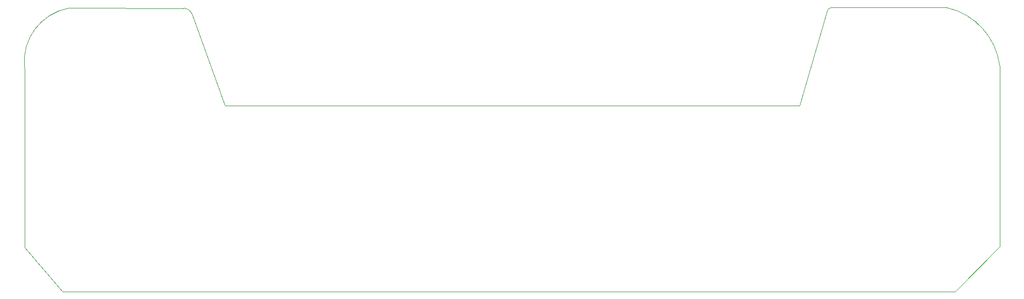
<source format=gbr>
%TF.GenerationSoftware,KiCad,Pcbnew,8.0.3*%
%TF.CreationDate,2024-06-18T13:15:14+02:00*%
%TF.ProjectId,bd1-board,6264312d-626f-4617-9264-2e6b69636164,rev?*%
%TF.SameCoordinates,Original*%
%TF.FileFunction,Profile,NP*%
%FSLAX46Y46*%
G04 Gerber Fmt 4.6, Leading zero omitted, Abs format (unit mm)*
G04 Created by KiCad (PCBNEW 8.0.3) date 2024-06-18 13:15:14*
%MOMM*%
%LPD*%
G01*
G04 APERTURE LIST*
%TA.AperFunction,Profile*%
%ADD10C,0.050000*%
%TD*%
G04 APERTURE END LIST*
D10*
X-72492000Y30000000D02*
X-77852018Y44802044D01*
X43698000Y45786000D02*
X43764412Y45768157D01*
X-98650000Y0D02*
X45100000Y0D01*
X52267663Y36312976D02*
X52257999Y36424000D01*
X-78141000Y45207000D02*
G75*
G02*
X-77853164Y44801447I-1301964J-1228973D01*
G01*
X-104798105Y7110005D02*
X-104798105Y36110005D01*
X-98650000Y0D02*
X-104798105Y7110005D01*
X43600000Y45800000D02*
X43629000Y45799000D01*
X-79180000Y45680656D02*
G75*
G02*
X-78263086Y45311084I49001J-1200653D01*
G01*
X20008000Y30000000D02*
X24460001Y45100000D01*
X-72492000Y30000000D02*
X20008000Y30000000D01*
X24460001Y45100000D02*
G75*
G02*
X25122269Y45815121I889999J-160000D01*
G01*
X43629000Y45799000D02*
X43654000Y45796000D01*
X43654000Y45796000D02*
X43679000Y45791000D01*
X25122269Y45815121D02*
X43600000Y45800000D01*
X43764412Y45768157D02*
G75*
G02*
X52257993Y36423999I-2426282J-10737717D01*
G01*
X-79180000Y45680656D02*
X-97657077Y45700972D01*
X52267663Y7312976D02*
X52267663Y36312976D01*
X43679000Y45791000D02*
X43698000Y45786000D01*
X-104806129Y36109097D02*
G75*
G02*
X-97657077Y45700972I8689130J983902D01*
G01*
X-78263086Y45311084D02*
X-78141000Y45207000D01*
X45100000Y0D02*
X52267816Y7313182D01*
M02*

</source>
